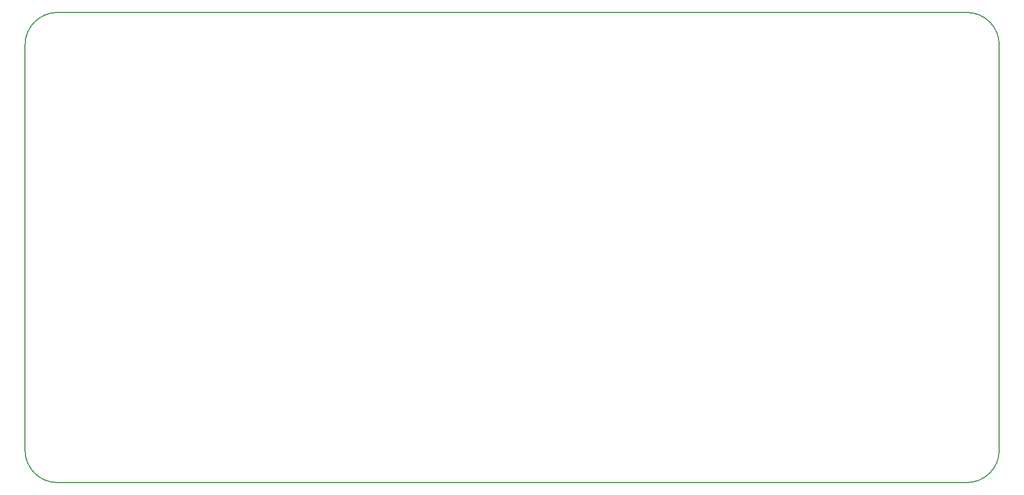
<source format=gm1>
%TF.GenerationSoftware,KiCad,Pcbnew,(5.0.0)*%
%TF.CreationDate,2018-10-23T17:24:24+02:00*%
%TF.ProjectId,S80 Memory,533830204D656D6F72792E6B69636164,1.0*%
%TF.SameCoordinates,Original*%
%TF.FileFunction,Profile,NP*%
%FSLAX46Y46*%
G04 Gerber Fmt 4.6, Leading zero omitted, Abs format (unit mm)*
G04 Created by KiCad (PCBNEW (5.0.0)) date 10/23/18 17:24:24*
%MOMM*%
%LPD*%
G01*
G04 APERTURE LIST*
%ADD10C,0.200000*%
G04 APERTURE END LIST*
D10*
X73660000Y-72390000D02*
X73660000Y-135890000D01*
X226060000Y-135890000D02*
X226060000Y-72390000D01*
X78740000Y-140970000D02*
X220980000Y-140970000D01*
X220980000Y-67310000D02*
X78740000Y-67310000D01*
X220980000Y-67310000D02*
G75*
G02X226060000Y-72390000I0J-5080000D01*
G01*
X226058413Y-135890000D02*
G75*
G02X220980000Y-140970000I-5080000J0D01*
G01*
X78740000Y-140970000D02*
G75*
G02X73660000Y-135890000I0J5080000D01*
G01*
X73661587Y-72390000D02*
G75*
G02X78740000Y-67310000I5080000J0D01*
G01*
M02*

</source>
